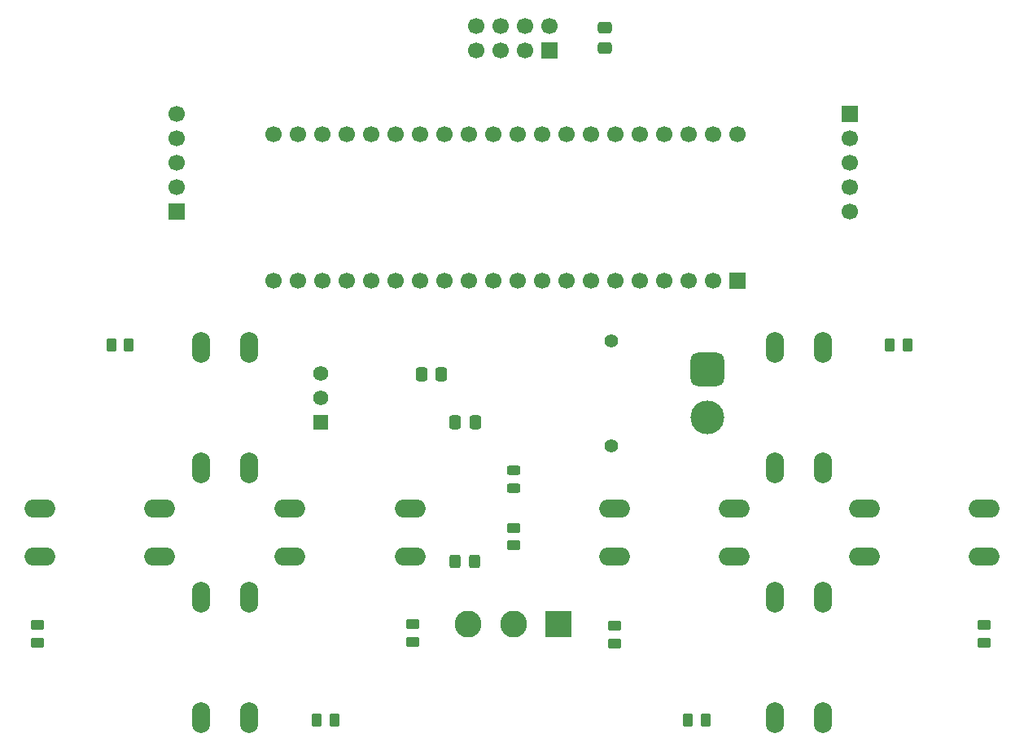
<source format=gbr>
%TF.GenerationSoftware,KiCad,Pcbnew,9.0.2*%
%TF.CreationDate,2025-08-18T15:30:27-04:00*%
%TF.ProjectId,Controller_Simple,436f6e74-726f-46c6-9c65-725f53696d70,rev?*%
%TF.SameCoordinates,Original*%
%TF.FileFunction,Soldermask,Top*%
%TF.FilePolarity,Negative*%
%FSLAX46Y46*%
G04 Gerber Fmt 4.6, Leading zero omitted, Abs format (unit mm)*
G04 Created by KiCad (PCBNEW 9.0.2) date 2025-08-18 15:30:27*
%MOMM*%
%LPD*%
G01*
G04 APERTURE LIST*
G04 Aperture macros list*
%AMRoundRect*
0 Rectangle with rounded corners*
0 $1 Rounding radius*
0 $2 $3 $4 $5 $6 $7 $8 $9 X,Y pos of 4 corners*
0 Add a 4 corners polygon primitive as box body*
4,1,4,$2,$3,$4,$5,$6,$7,$8,$9,$2,$3,0*
0 Add four circle primitives for the rounded corners*
1,1,$1+$1,$2,$3*
1,1,$1+$1,$4,$5*
1,1,$1+$1,$6,$7*
1,1,$1+$1,$8,$9*
0 Add four rect primitives between the rounded corners*
20,1,$1+$1,$2,$3,$4,$5,0*
20,1,$1+$1,$4,$5,$6,$7,0*
20,1,$1+$1,$6,$7,$8,$9,0*
20,1,$1+$1,$8,$9,$2,$3,0*%
G04 Aperture macros list end*
%ADD10RoundRect,0.250000X-0.450000X0.262500X-0.450000X-0.262500X0.450000X-0.262500X0.450000X0.262500X0*%
%ADD11O,1.900000X3.200000*%
%ADD12RoundRect,0.250000X0.262500X0.450000X-0.262500X0.450000X-0.262500X-0.450000X0.262500X-0.450000X0*%
%ADD13O,3.200000X1.900000*%
%ADD14RoundRect,0.250000X-0.337500X-0.475000X0.337500X-0.475000X0.337500X0.475000X-0.337500X0.475000X0*%
%ADD15RoundRect,0.250000X0.475000X-0.337500X0.475000X0.337500X-0.475000X0.337500X-0.475000X-0.337500X0*%
%ADD16C,1.400000*%
%ADD17RoundRect,0.770000X0.980000X-0.980000X0.980000X0.980000X-0.980000X0.980000X-0.980000X-0.980000X0*%
%ADD18C,3.500000*%
%ADD19RoundRect,0.243750X-0.456250X0.243750X-0.456250X-0.243750X0.456250X-0.243750X0.456250X0.243750X0*%
%ADD20R,1.700000X1.700000*%
%ADD21C,1.700000*%
%ADD22RoundRect,0.250000X-0.262500X-0.450000X0.262500X-0.450000X0.262500X0.450000X-0.262500X0.450000X0*%
%ADD23RoundRect,0.250000X0.325000X0.450000X-0.325000X0.450000X-0.325000X-0.450000X0.325000X-0.450000X0*%
%ADD24R,2.794000X2.794000*%
%ADD25C,2.794000*%
%ADD26RoundRect,0.102000X0.679000X-0.679000X0.679000X0.679000X-0.679000X0.679000X-0.679000X-0.679000X0*%
%ADD27C,1.562000*%
G04 APERTURE END LIST*
D10*
%TO.C,R8*%
X60500000Y-87587500D03*
X60500000Y-89412500D03*
%TD*%
D11*
%TO.C,SW5*%
X82500000Y-58750000D03*
X82500000Y-71250000D03*
X77500000Y-58750000D03*
X77500000Y-71250000D03*
%TD*%
D12*
%TO.C,R4*%
X130000000Y-97500000D03*
X128175000Y-97500000D03*
%TD*%
D11*
%TO.C,SW4*%
X142250000Y-84750000D03*
X142250000Y-97250000D03*
X137250000Y-84750000D03*
X137250000Y-97250000D03*
%TD*%
D13*
%TO.C,SW8*%
X60750000Y-75500000D03*
X73250000Y-75500000D03*
X60750000Y-80500000D03*
X73250000Y-80500000D03*
%TD*%
D14*
%TO.C,C2*%
X103962500Y-66500000D03*
X106037500Y-66500000D03*
%TD*%
%TO.C,C3*%
X100462500Y-61500000D03*
X102537500Y-61500000D03*
%TD*%
D13*
%TO.C,SW6*%
X86750000Y-75500000D03*
X99250000Y-75500000D03*
X86750000Y-80500000D03*
X99250000Y-80500000D03*
%TD*%
D11*
%TO.C,SW2*%
X137250000Y-71250000D03*
X137250000Y-58750000D03*
X142250000Y-71250000D03*
X142250000Y-58750000D03*
%TD*%
D15*
%TO.C,C1*%
X119500000Y-27537500D03*
X119500000Y-25462500D03*
%TD*%
D10*
%TO.C,R1*%
X120500000Y-87675000D03*
X120500000Y-89500000D03*
%TD*%
%TO.C,R3*%
X159000000Y-87587500D03*
X159000000Y-89412500D03*
%TD*%
D16*
%TO.C,J4*%
X120175000Y-69000000D03*
X120175000Y-58000000D03*
D17*
X130175000Y-61000000D03*
D18*
X130175000Y-66000000D03*
%TD*%
D19*
%TO.C,D1*%
X110000000Y-71500000D03*
X110000000Y-73375000D03*
%TD*%
D12*
%TO.C,R5*%
X70000000Y-58500000D03*
X68175000Y-58500000D03*
%TD*%
D20*
%TO.C,J3*%
X145000000Y-34450000D03*
D21*
X145000000Y-36990000D03*
X145000000Y-39530000D03*
X145000000Y-42070000D03*
X145000000Y-44610000D03*
%TD*%
D20*
%TO.C,J2*%
X75000000Y-44580000D03*
D21*
X75000000Y-42040000D03*
X75000000Y-39500000D03*
X75000000Y-36960000D03*
X75000000Y-34420000D03*
%TD*%
D20*
%TO.C,J1*%
X113800000Y-27790000D03*
D21*
X113800000Y-25250000D03*
X111260000Y-27790000D03*
X111260000Y-25250000D03*
X108720000Y-27790000D03*
X108720000Y-25250000D03*
X106180000Y-27790000D03*
X106180000Y-25250000D03*
%TD*%
D22*
%TO.C,R7*%
X89587500Y-97500000D03*
X91412500Y-97500000D03*
%TD*%
D23*
%TO.C,F1*%
X106000000Y-81000000D03*
X103950000Y-81000000D03*
%TD*%
D11*
%TO.C,SW7*%
X77500000Y-97250000D03*
X77500000Y-84750000D03*
X82500000Y-97250000D03*
X82500000Y-84750000D03*
%TD*%
D10*
%TO.C,R6*%
X99500000Y-87500000D03*
X99500000Y-89325000D03*
%TD*%
D22*
%TO.C,R2*%
X149175000Y-58500000D03*
X151000000Y-58500000D03*
%TD*%
D13*
%TO.C,SW3*%
X146500000Y-75500000D03*
X159000000Y-75500000D03*
X146500000Y-80500000D03*
X159000000Y-80500000D03*
%TD*%
D10*
%TO.C,R9*%
X110000000Y-77500000D03*
X110000000Y-79325000D03*
%TD*%
D24*
%TO.C,SW9*%
X114699000Y-87500000D03*
D25*
X110000000Y-87500000D03*
X105301000Y-87500000D03*
%TD*%
D13*
%TO.C,SW1*%
X120500000Y-75500000D03*
X133000000Y-75500000D03*
X120500000Y-80500000D03*
X133000000Y-80500000D03*
%TD*%
D20*
%TO.C,U2*%
X133280000Y-51740000D03*
D21*
X130740000Y-51740000D03*
X128200000Y-51740000D03*
X125660000Y-51740000D03*
X123120000Y-51740000D03*
X120580000Y-51740000D03*
X118040000Y-51740000D03*
X115500000Y-51740000D03*
X112960000Y-51740000D03*
X110420000Y-51740000D03*
X107880000Y-51740000D03*
X105340000Y-51740000D03*
X102800000Y-51740000D03*
X100260000Y-51740000D03*
X97720000Y-51740000D03*
X95180000Y-51740000D03*
X92640000Y-51740000D03*
X90100000Y-51740000D03*
X87560000Y-51740000D03*
X85020000Y-51740000D03*
X85020000Y-36500000D03*
X87560000Y-36500000D03*
X90100000Y-36500000D03*
X92640000Y-36500000D03*
X95180000Y-36500000D03*
X97720000Y-36500000D03*
X100260000Y-36500000D03*
X102800000Y-36500000D03*
X105340000Y-36500000D03*
X107880000Y-36500000D03*
X110420000Y-36500000D03*
X112960000Y-36500000D03*
X115500000Y-36500000D03*
X118040000Y-36500000D03*
X120580000Y-36500000D03*
X123120000Y-36500000D03*
X125660000Y-36500000D03*
X128200000Y-36500000D03*
X130740000Y-36500000D03*
X133280000Y-36500000D03*
%TD*%
D26*
%TO.C,PS1*%
X90000000Y-66540000D03*
D27*
X90000000Y-64000000D03*
X90000000Y-61460000D03*
%TD*%
M02*

</source>
